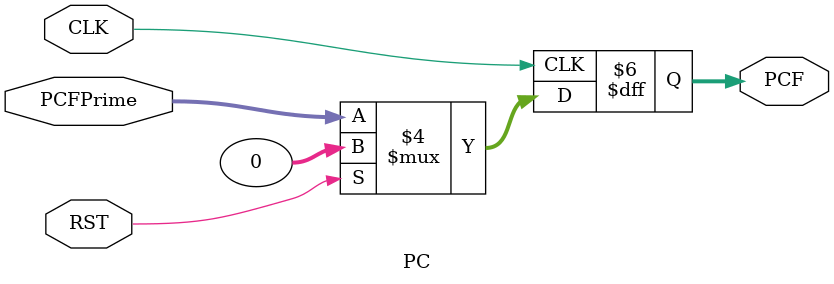
<source format=sv>
`timescale 1ns / 1ps


module PC(
    input CLK,
    input RST,
    input logic [31:0] PCFPrime,
    output logic [31:0] PCF
    );
    
    always_ff @(posedge CLK)
    begin
        if (RST == 1'b1)
            PCF <= '0;
        else
            PCF <= PCFPrime;
    end
    
endmodule

</source>
